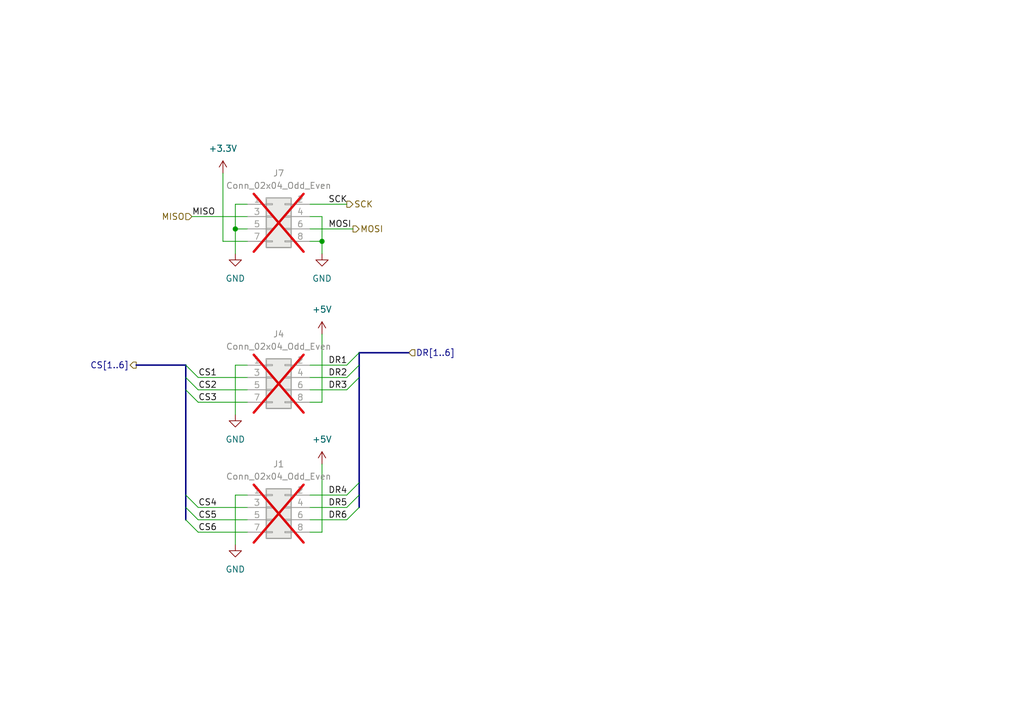
<source format=kicad_sch>
(kicad_sch (version 20230121) (generator eeschema)

  (uuid fb1979ef-3e78-4a41-abb4-eccd64d92015)

  (paper "A5")

  (lib_symbols
    (symbol "Connector_Generic:Conn_02x04_Odd_Even" (pin_names (offset 1.016) hide) (in_bom yes) (on_board yes)
      (property "Reference" "J" (at 1.27 5.08 0)
        (effects (font (size 1.27 1.27)))
      )
      (property "Value" "Conn_02x04_Odd_Even" (at 1.27 -7.62 0)
        (effects (font (size 1.27 1.27)))
      )
      (property "Footprint" "" (at 0 0 0)
        (effects (font (size 1.27 1.27)) hide)
      )
      (property "Datasheet" "~" (at 0 0 0)
        (effects (font (size 1.27 1.27)) hide)
      )
      (property "ki_keywords" "connector" (at 0 0 0)
        (effects (font (size 1.27 1.27)) hide)
      )
      (property "ki_description" "Generic connector, double row, 02x04, odd/even pin numbering scheme (row 1 odd numbers, row 2 even numbers), script generated (kicad-library-utils/schlib/autogen/connector/)" (at 0 0 0)
        (effects (font (size 1.27 1.27)) hide)
      )
      (property "ki_fp_filters" "Connector*:*_2x??_*" (at 0 0 0)
        (effects (font (size 1.27 1.27)) hide)
      )
      (symbol "Conn_02x04_Odd_Even_1_1"
        (rectangle (start -1.27 -4.953) (end 0 -5.207)
          (stroke (width 0.1524) (type default))
          (fill (type none))
        )
        (rectangle (start -1.27 -2.413) (end 0 -2.667)
          (stroke (width 0.1524) (type default))
          (fill (type none))
        )
        (rectangle (start -1.27 0.127) (end 0 -0.127)
          (stroke (width 0.1524) (type default))
          (fill (type none))
        )
        (rectangle (start -1.27 2.667) (end 0 2.413)
          (stroke (width 0.1524) (type default))
          (fill (type none))
        )
        (rectangle (start -1.27 3.81) (end 3.81 -6.35)
          (stroke (width 0.254) (type default))
          (fill (type background))
        )
        (rectangle (start 3.81 -4.953) (end 2.54 -5.207)
          (stroke (width 0.1524) (type default))
          (fill (type none))
        )
        (rectangle (start 3.81 -2.413) (end 2.54 -2.667)
          (stroke (width 0.1524) (type default))
          (fill (type none))
        )
        (rectangle (start 3.81 0.127) (end 2.54 -0.127)
          (stroke (width 0.1524) (type default))
          (fill (type none))
        )
        (rectangle (start 3.81 2.667) (end 2.54 2.413)
          (stroke (width 0.1524) (type default))
          (fill (type none))
        )
        (pin passive line (at -5.08 2.54 0) (length 3.81)
          (name "Pin_1" (effects (font (size 1.27 1.27))))
          (number "1" (effects (font (size 1.27 1.27))))
        )
        (pin passive line (at 7.62 2.54 180) (length 3.81)
          (name "Pin_2" (effects (font (size 1.27 1.27))))
          (number "2" (effects (font (size 1.27 1.27))))
        )
        (pin passive line (at -5.08 0 0) (length 3.81)
          (name "Pin_3" (effects (font (size 1.27 1.27))))
          (number "3" (effects (font (size 1.27 1.27))))
        )
        (pin passive line (at 7.62 0 180) (length 3.81)
          (name "Pin_4" (effects (font (size 1.27 1.27))))
          (number "4" (effects (font (size 1.27 1.27))))
        )
        (pin passive line (at -5.08 -2.54 0) (length 3.81)
          (name "Pin_5" (effects (font (size 1.27 1.27))))
          (number "5" (effects (font (size 1.27 1.27))))
        )
        (pin passive line (at 7.62 -2.54 180) (length 3.81)
          (name "Pin_6" (effects (font (size 1.27 1.27))))
          (number "6" (effects (font (size 1.27 1.27))))
        )
        (pin passive line (at -5.08 -5.08 0) (length 3.81)
          (name "Pin_7" (effects (font (size 1.27 1.27))))
          (number "7" (effects (font (size 1.27 1.27))))
        )
        (pin passive line (at 7.62 -5.08 180) (length 3.81)
          (name "Pin_8" (effects (font (size 1.27 1.27))))
          (number "8" (effects (font (size 1.27 1.27))))
        )
      )
    )
    (symbol "power:+3.3V" (power) (pin_names (offset 0)) (in_bom yes) (on_board yes)
      (property "Reference" "#PWR" (at 0 -3.81 0)
        (effects (font (size 1.27 1.27)) hide)
      )
      (property "Value" "+3.3V" (at 0 3.556 0)
        (effects (font (size 1.27 1.27)))
      )
      (property "Footprint" "" (at 0 0 0)
        (effects (font (size 1.27 1.27)) hide)
      )
      (property "Datasheet" "" (at 0 0 0)
        (effects (font (size 1.27 1.27)) hide)
      )
      (property "ki_keywords" "global power" (at 0 0 0)
        (effects (font (size 1.27 1.27)) hide)
      )
      (property "ki_description" "Power symbol creates a global label with name \"+3.3V\"" (at 0 0 0)
        (effects (font (size 1.27 1.27)) hide)
      )
      (symbol "+3.3V_0_1"
        (polyline
          (pts
            (xy -0.762 1.27)
            (xy 0 2.54)
          )
          (stroke (width 0) (type default))
          (fill (type none))
        )
        (polyline
          (pts
            (xy 0 0)
            (xy 0 2.54)
          )
          (stroke (width 0) (type default))
          (fill (type none))
        )
        (polyline
          (pts
            (xy 0 2.54)
            (xy 0.762 1.27)
          )
          (stroke (width 0) (type default))
          (fill (type none))
        )
      )
      (symbol "+3.3V_1_1"
        (pin power_in line (at 0 0 90) (length 0) hide
          (name "+3.3V" (effects (font (size 1.27 1.27))))
          (number "1" (effects (font (size 1.27 1.27))))
        )
      )
    )
    (symbol "power:+5V" (power) (pin_names (offset 0)) (in_bom yes) (on_board yes)
      (property "Reference" "#PWR" (at 0 -3.81 0)
        (effects (font (size 1.27 1.27)) hide)
      )
      (property "Value" "+5V" (at 0 3.556 0)
        (effects (font (size 1.27 1.27)))
      )
      (property "Footprint" "" (at 0 0 0)
        (effects (font (size 1.27 1.27)) hide)
      )
      (property "Datasheet" "" (at 0 0 0)
        (effects (font (size 1.27 1.27)) hide)
      )
      (property "ki_keywords" "global power" (at 0 0 0)
        (effects (font (size 1.27 1.27)) hide)
      )
      (property "ki_description" "Power symbol creates a global label with name \"+5V\"" (at 0 0 0)
        (effects (font (size 1.27 1.27)) hide)
      )
      (symbol "+5V_0_1"
        (polyline
          (pts
            (xy -0.762 1.27)
            (xy 0 2.54)
          )
          (stroke (width 0) (type default))
          (fill (type none))
        )
        (polyline
          (pts
            (xy 0 0)
            (xy 0 2.54)
          )
          (stroke (width 0) (type default))
          (fill (type none))
        )
        (polyline
          (pts
            (xy 0 2.54)
            (xy 0.762 1.27)
          )
          (stroke (width 0) (type default))
          (fill (type none))
        )
      )
      (symbol "+5V_1_1"
        (pin power_in line (at 0 0 90) (length 0) hide
          (name "+5V" (effects (font (size 1.27 1.27))))
          (number "1" (effects (font (size 1.27 1.27))))
        )
      )
    )
    (symbol "power:GND" (power) (pin_names (offset 0)) (in_bom yes) (on_board yes)
      (property "Reference" "#PWR" (at 0 -6.35 0)
        (effects (font (size 1.27 1.27)) hide)
      )
      (property "Value" "GND" (at 0 -3.81 0)
        (effects (font (size 1.27 1.27)))
      )
      (property "Footprint" "" (at 0 0 0)
        (effects (font (size 1.27 1.27)) hide)
      )
      (property "Datasheet" "" (at 0 0 0)
        (effects (font (size 1.27 1.27)) hide)
      )
      (property "ki_keywords" "global power" (at 0 0 0)
        (effects (font (size 1.27 1.27)) hide)
      )
      (property "ki_description" "Power symbol creates a global label with name \"GND\" , ground" (at 0 0 0)
        (effects (font (size 1.27 1.27)) hide)
      )
      (symbol "GND_0_1"
        (polyline
          (pts
            (xy 0 0)
            (xy 0 -1.27)
            (xy 1.27 -1.27)
            (xy 0 -2.54)
            (xy -1.27 -1.27)
            (xy 0 -1.27)
          )
          (stroke (width 0) (type default))
          (fill (type none))
        )
      )
      (symbol "GND_1_1"
        (pin power_in line (at 0 0 270) (length 0) hide
          (name "GND" (effects (font (size 1.27 1.27))))
          (number "1" (effects (font (size 1.27 1.27))))
        )
      )
    )
  )

  (junction (at 48.26 46.99) (diameter 0) (color 0 0 0 0)
    (uuid 25d21596-ab48-4267-a638-4e0ba2fbce7d)
  )
  (junction (at 66.04 49.53) (diameter 0) (color 0 0 0 0)
    (uuid 53315ae8-313e-48ed-b166-a2104ddac744)
  )

  (bus_entry (at 71.12 101.6) (size 2.54 -2.54)
    (stroke (width 0) (type default))
    (uuid 22dbf75a-9c80-4b64-837e-d2572fea41b2)
  )
  (bus_entry (at 38.1 74.93) (size 2.54 2.54)
    (stroke (width 0) (type default))
    (uuid 2d3823c7-57bc-4edb-a128-36c0de34c496)
  )
  (bus_entry (at 40.64 109.22) (size -2.54 -2.54)
    (stroke (width 0) (type default))
    (uuid 476b4232-b8aa-46d9-a539-c718b2d09cff)
  )
  (bus_entry (at 71.12 80.01) (size 2.54 -2.54)
    (stroke (width 0) (type default))
    (uuid 5824209b-c87e-452a-aed1-654aef07d7fc)
  )
  (bus_entry (at 38.1 77.47) (size 2.54 2.54)
    (stroke (width 0) (type default))
    (uuid 5d827f4d-2602-478f-9d47-38d95091b9f0)
  )
  (bus_entry (at 40.64 106.68) (size -2.54 -2.54)
    (stroke (width 0) (type default))
    (uuid 6aa3b497-d445-4a7f-b0a3-3bd72f9c9c88)
  )
  (bus_entry (at 71.12 104.14) (size 2.54 -2.54)
    (stroke (width 0) (type default))
    (uuid ba0a4854-0908-404e-955a-cb2bc56ebe65)
  )
  (bus_entry (at 40.64 104.14) (size -2.54 -2.54)
    (stroke (width 0) (type default))
    (uuid c46a183e-f7eb-43dc-8391-de62e2855466)
  )
  (bus_entry (at 71.12 77.47) (size 2.54 -2.54)
    (stroke (width 0) (type default))
    (uuid ccc4c7bb-e60b-4780-9ecb-8015c824e7a8)
  )
  (bus_entry (at 71.12 74.93) (size 2.54 -2.54)
    (stroke (width 0) (type default))
    (uuid de0bb681-5770-4686-911c-5fbc638a6c08)
  )
  (bus_entry (at 38.1 80.01) (size 2.54 2.54)
    (stroke (width 0) (type default))
    (uuid e2926552-4509-4963-a8d3-35e21c6c4a4a)
  )
  (bus_entry (at 71.12 106.68) (size 2.54 -2.54)
    (stroke (width 0) (type default))
    (uuid e83204df-dca6-4fcf-a2ea-6672135d8a3b)
  )

  (wire (pts (xy 40.64 77.47) (xy 50.8 77.47))
    (stroke (width 0) (type default))
    (uuid 003ab099-6179-4aba-8d1a-201c06881f59)
  )
  (wire (pts (xy 63.5 101.6) (xy 71.12 101.6))
    (stroke (width 0) (type default))
    (uuid 023b661f-3a52-47bc-beb6-aa4486d902a3)
  )
  (wire (pts (xy 63.5 74.93) (xy 71.12 74.93))
    (stroke (width 0) (type default))
    (uuid 02809baa-c107-444b-b616-4943486e4df3)
  )
  (wire (pts (xy 66.04 68.58) (xy 66.04 82.55))
    (stroke (width 0) (type default))
    (uuid 0b831616-93a5-4c92-99f8-9ebe664e9385)
  )
  (wire (pts (xy 48.26 101.6) (xy 50.8 101.6))
    (stroke (width 0) (type default))
    (uuid 1169cd5d-739d-49b2-a0a9-57dc9caa4ad0)
  )
  (wire (pts (xy 63.5 77.47) (xy 71.12 77.47))
    (stroke (width 0) (type default))
    (uuid 128fa967-d8b7-476f-a238-d493f3707a1d)
  )
  (bus (pts (xy 38.1 106.68) (xy 38.1 104.14))
    (stroke (width 0) (type default))
    (uuid 194ea95f-7729-4b9c-8fa9-62422145653b)
  )

  (wire (pts (xy 66.04 109.22) (xy 63.5 109.22))
    (stroke (width 0) (type default))
    (uuid 1b249011-bcc4-4865-b6aa-e53fd48bbaea)
  )
  (bus (pts (xy 73.66 72.39) (xy 83.82 72.39))
    (stroke (width 0) (type default))
    (uuid 1b70c2ac-61df-46ac-b736-ecb6b7280f63)
  )

  (wire (pts (xy 48.26 85.09) (xy 48.26 74.93))
    (stroke (width 0) (type default))
    (uuid 1fcdc2d7-fab3-4026-84dc-c01e2348f3ac)
  )
  (wire (pts (xy 66.04 49.53) (xy 66.04 44.45))
    (stroke (width 0) (type default))
    (uuid 3a429204-d7e5-4f29-ad10-c14452e008c9)
  )
  (wire (pts (xy 48.26 74.93) (xy 50.8 74.93))
    (stroke (width 0) (type default))
    (uuid 42cc1bfa-a632-42a4-914a-8accf0ee721f)
  )
  (wire (pts (xy 40.64 82.55) (xy 50.8 82.55))
    (stroke (width 0) (type default))
    (uuid 43dc846d-edc0-447a-879a-9950dd17213b)
  )
  (wire (pts (xy 45.72 35.56) (xy 45.72 49.53))
    (stroke (width 0) (type default))
    (uuid 4adf6070-19f8-4769-bad9-93651d8dabd3)
  )
  (bus (pts (xy 73.66 77.47) (xy 73.66 99.06))
    (stroke (width 0) (type default))
    (uuid 5b2e45f3-94bf-4889-9edc-d8cf1c898123)
  )

  (wire (pts (xy 66.04 82.55) (xy 63.5 82.55))
    (stroke (width 0) (type default))
    (uuid 63f904f8-7ad7-41d4-97b7-b2272095e2fa)
  )
  (wire (pts (xy 40.64 104.14) (xy 50.8 104.14))
    (stroke (width 0) (type default))
    (uuid 64a9f91f-94fd-4b43-8856-55c7448d1ff8)
  )
  (wire (pts (xy 63.5 80.01) (xy 71.12 80.01))
    (stroke (width 0) (type default))
    (uuid 6b1c2267-7190-4c22-aba1-1c144ee42c8a)
  )
  (wire (pts (xy 48.26 111.76) (xy 48.26 101.6))
    (stroke (width 0) (type default))
    (uuid 7a4b5287-8a75-4eed-8e2b-aa949f57fc5b)
  )
  (wire (pts (xy 48.26 46.99) (xy 48.26 41.91))
    (stroke (width 0) (type default))
    (uuid 81528686-6f57-41ef-813e-3d14ee1e1d80)
  )
  (bus (pts (xy 38.1 104.14) (xy 38.1 101.6))
    (stroke (width 0) (type default))
    (uuid 81c1b429-46d4-4f40-9bd3-479112d68be1)
  )

  (wire (pts (xy 66.04 52.07) (xy 66.04 49.53))
    (stroke (width 0) (type default))
    (uuid 82e01086-70b8-4817-be09-0d5084571789)
  )
  (wire (pts (xy 40.64 80.01) (xy 50.8 80.01))
    (stroke (width 0) (type default))
    (uuid 84b9ebf8-504f-430c-8886-5c60344769c5)
  )
  (wire (pts (xy 48.26 52.07) (xy 48.26 46.99))
    (stroke (width 0) (type default))
    (uuid 864f34e3-0154-428a-8e8a-00126f5d64d0)
  )
  (bus (pts (xy 38.1 77.47) (xy 38.1 74.93))
    (stroke (width 0) (type default))
    (uuid 8a88fc67-5390-4aa6-8dcd-9844787246d4)
  )
  (bus (pts (xy 73.66 101.6) (xy 73.66 99.06))
    (stroke (width 0) (type default))
    (uuid 8d9a78d9-5efd-44e6-9624-e274dc6b2166)
  )
  (bus (pts (xy 73.66 104.14) (xy 73.66 101.6))
    (stroke (width 0) (type default))
    (uuid 8f91d939-8718-4ae6-a1e5-ac978541cebc)
  )
  (bus (pts (xy 73.66 77.47) (xy 73.66 74.93))
    (stroke (width 0) (type default))
    (uuid 926aa0ef-6bb8-4f25-b20a-e24f51b53c24)
  )
  (bus (pts (xy 73.66 74.93) (xy 73.66 72.39))
    (stroke (width 0) (type default))
    (uuid 948d968d-f210-44af-b252-aa8e3617caa4)
  )

  (wire (pts (xy 40.64 106.68) (xy 50.8 106.68))
    (stroke (width 0) (type default))
    (uuid 9748d517-d5ed-42ba-b9a2-c877e621be3b)
  )
  (wire (pts (xy 45.72 49.53) (xy 50.8 49.53))
    (stroke (width 0) (type default))
    (uuid 985278b4-b5ba-4749-b654-8abc563bd55a)
  )
  (wire (pts (xy 63.5 104.14) (xy 71.12 104.14))
    (stroke (width 0) (type default))
    (uuid 9bc927fb-59b9-4920-b383-85263c5e34dd)
  )
  (bus (pts (xy 38.1 80.01) (xy 38.1 101.6))
    (stroke (width 0) (type default))
    (uuid 9dbb7783-c0b0-4b7f-9ace-aff02643fb30)
  )

  (wire (pts (xy 39.37 44.45) (xy 50.8 44.45))
    (stroke (width 0) (type default))
    (uuid a56d7635-4a5b-4a45-b82c-95892b436fdd)
  )
  (wire (pts (xy 40.64 109.22) (xy 50.8 109.22))
    (stroke (width 0) (type default))
    (uuid a6b44490-48de-4a05-b1d1-3a0e4a078912)
  )
  (wire (pts (xy 63.5 41.91) (xy 71.12 41.91))
    (stroke (width 0) (type default))
    (uuid ae854421-fae3-4d91-8576-c4cdc938fbc4)
  )
  (wire (pts (xy 63.5 106.68) (xy 71.12 106.68))
    (stroke (width 0) (type default))
    (uuid b0f5d93a-43bd-45c4-ae6d-e64cf23aa563)
  )
  (wire (pts (xy 48.26 46.99) (xy 50.8 46.99))
    (stroke (width 0) (type default))
    (uuid bec33b52-214f-423d-ab03-2155b18e3dca)
  )
  (wire (pts (xy 66.04 44.45) (xy 63.5 44.45))
    (stroke (width 0) (type default))
    (uuid c0c1cc7b-e49a-4a76-b769-201bb98deea0)
  )
  (bus (pts (xy 38.1 80.01) (xy 38.1 77.47))
    (stroke (width 0) (type default))
    (uuid d1a1ed59-4b28-470d-ad7b-bce2ae0f769f)
  )

  (wire (pts (xy 66.04 95.25) (xy 66.04 109.22))
    (stroke (width 0) (type default))
    (uuid e14dbf7f-1e77-4bfa-8b36-8deb33b631ff)
  )
  (bus (pts (xy 27.94 74.93) (xy 38.1 74.93))
    (stroke (width 0) (type default))
    (uuid eaf8916f-800e-4175-8467-479aa8d4bc07)
  )

  (wire (pts (xy 48.26 41.91) (xy 50.8 41.91))
    (stroke (width 0) (type default))
    (uuid ebb0f452-5eb1-4a08-8fa5-04d199c17dae)
  )
  (wire (pts (xy 63.5 46.99) (xy 72.39 46.99))
    (stroke (width 0) (type default))
    (uuid f2cd6437-3658-49b6-8304-d5c16db6be3c)
  )
  (wire (pts (xy 66.04 49.53) (xy 63.5 49.53))
    (stroke (width 0) (type default))
    (uuid fd386392-d98d-49a5-a0b1-587f2cea9df9)
  )

  (label "DR4" (at 67.31 101.6 0) (fields_autoplaced)
    (effects (font (size 1.27 1.27)) (justify left bottom))
    (uuid 0cda6eae-daca-49bb-bcf8-add9c4608989)
  )
  (label "DR1" (at 67.31 74.93 0) (fields_autoplaced)
    (effects (font (size 1.27 1.27)) (justify left bottom))
    (uuid 1aee423e-93f0-42d6-b2fe-4e1e8dde0b64)
  )
  (label "DR6" (at 67.31 106.68 0) (fields_autoplaced)
    (effects (font (size 1.27 1.27)) (justify left bottom))
    (uuid 41cb84a4-ec50-49a8-93ff-80998c973b92)
  )
  (label "DR5" (at 67.31 104.14 0) (fields_autoplaced)
    (effects (font (size 1.27 1.27)) (justify left bottom))
    (uuid 48fd4329-e903-4ea3-a73a-a93349a67a46)
  )
  (label "DR2" (at 67.31 77.47 0) (fields_autoplaced)
    (effects (font (size 1.27 1.27)) (justify left bottom))
    (uuid 631f54c7-df02-4657-87a7-974b522b5468)
  )
  (label "CS3" (at 40.64 82.55 0) (fields_autoplaced)
    (effects (font (size 1.27 1.27)) (justify left bottom))
    (uuid 69db1644-c9fe-43c1-848e-a23c221e0ceb)
  )
  (label "CS6" (at 40.64 109.22 0) (fields_autoplaced)
    (effects (font (size 1.27 1.27)) (justify left bottom))
    (uuid 6fc4d135-ea73-4d55-bec0-1ee35437c830)
  )
  (label "MISO" (at 39.37 44.45 0) (fields_autoplaced)
    (effects (font (size 1.27 1.27)) (justify left bottom))
    (uuid 7f2dcb0c-a16b-4127-9991-d8407939205e)
  )
  (label "CS2" (at 40.64 80.01 0) (fields_autoplaced)
    (effects (font (size 1.27 1.27)) (justify left bottom))
    (uuid 92b0ecb4-2c5d-4bd8-a426-263c705d167c)
  )
  (label "CS5" (at 40.64 106.68 0) (fields_autoplaced)
    (effects (font (size 1.27 1.27)) (justify left bottom))
    (uuid 975a2a16-a7d8-4394-af37-84629e3b8faf)
  )
  (label "DR3" (at 67.31 80.01 0) (fields_autoplaced)
    (effects (font (size 1.27 1.27)) (justify left bottom))
    (uuid 9c6eda40-1e69-47d3-9ec0-bd9137d4bfec)
  )
  (label "CS1" (at 40.64 77.47 0) (fields_autoplaced)
    (effects (font (size 1.27 1.27)) (justify left bottom))
    (uuid aef448c0-6a2c-4185-a104-86fe628de29d)
  )
  (label "CS4" (at 40.64 104.14 0) (fields_autoplaced)
    (effects (font (size 1.27 1.27)) (justify left bottom))
    (uuid b04bbe0b-df34-41c9-b0a9-d840474abc94)
  )
  (label "SCK" (at 67.31 41.91 0) (fields_autoplaced)
    (effects (font (size 1.27 1.27)) (justify left bottom))
    (uuid d2a10c70-5b6b-4bef-ad6a-6125c2e466bf)
  )
  (label "MOSI" (at 67.31 46.99 0) (fields_autoplaced)
    (effects (font (size 1.27 1.27)) (justify left bottom))
    (uuid ea17dbdf-0383-4469-8a47-e8ed72d4af21)
  )

  (hierarchical_label "MOSI" (shape output) (at 72.39 46.99 0) (fields_autoplaced)
    (effects (font (size 1.27 1.27)) (justify left))
    (uuid 48473823-0e0e-4871-9108-b87e9f908745)
  )
  (hierarchical_label "SCK" (shape output) (at 71.12 41.91 0) (fields_autoplaced)
    (effects (font (size 1.27 1.27)) (justify left))
    (uuid 5f0f3cd4-0ce1-4477-a8e2-db68aaf3f547)
  )
  (hierarchical_label "MISO" (shape input) (at 39.37 44.45 180) (fields_autoplaced)
    (effects (font (size 1.27 1.27)) (justify right))
    (uuid 72ccca3e-8c79-499c-a87c-1c9b3e3a7ea4)
  )
  (hierarchical_label "DR[1..6]" (shape input) (at 83.82 72.39 0) (fields_autoplaced)
    (effects (font (size 1.27 1.27)) (justify left))
    (uuid cabaf9df-5074-4143-aab2-88c047534719)
  )
  (hierarchical_label "CS[1..6]" (shape output) (at 27.94 74.93 180) (fields_autoplaced)
    (effects (font (size 1.27 1.27)) (justify right))
    (uuid f112bf77-d8d0-4b84-81fe-7e588410e48a)
  )

  (symbol (lib_id "power:GND") (at 48.26 52.07 0) (unit 1)
    (in_bom yes) (on_board yes) (dnp no) (fields_autoplaced)
    (uuid 0a4fba71-99c0-4fe2-8ade-4c225525f531)
    (property "Reference" "#PWR036" (at 48.26 58.42 0)
      (effects (font (size 1.27 1.27)) hide)
    )
    (property "Value" "GND" (at 48.26 57.15 0)
      (effects (font (size 1.27 1.27)))
    )
    (property "Footprint" "" (at 48.26 52.07 0)
      (effects (font (size 1.27 1.27)) hide)
    )
    (property "Datasheet" "" (at 48.26 52.07 0)
      (effects (font (size 1.27 1.27)) hide)
    )
    (pin "1" (uuid 750ef239-6d4f-4c91-8dd8-763a907db4d1))
    (instances
      (project "SensorNode"
        (path "/f9afaad8-ec12-4acb-8555-4f24af8e63da"
          (reference "#PWR036") (unit 1)
        )
        (path "/f9afaad8-ec12-4acb-8555-4f24af8e63da/fe0f83c2-c3bf-409f-ac05-79d91c87632a"
          (reference "#PWR041") (unit 1)
        )
        (path "/f9afaad8-ec12-4acb-8555-4f24af8e63da/fd758c2b-769d-4773-9001-1a02def9017e"
          (reference "#PWR064") (unit 1)
        )
        (path "/f9afaad8-ec12-4acb-8555-4f24af8e63da/af1e191b-0d5a-4c12-954c-6698dc463854"
          (reference "#PWR0110") (unit 1)
        )
      )
    )
  )

  (symbol (lib_id "power:GND") (at 48.26 111.76 0) (unit 1)
    (in_bom yes) (on_board yes) (dnp no) (fields_autoplaced)
    (uuid 4f26a416-e4a6-4791-9858-ef71145f6534)
    (property "Reference" "#PWR017" (at 48.26 118.11 0)
      (effects (font (size 1.27 1.27)) hide)
    )
    (property "Value" "GND" (at 48.26 116.84 0)
      (effects (font (size 1.27 1.27)))
    )
    (property "Footprint" "" (at 48.26 111.76 0)
      (effects (font (size 1.27 1.27)) hide)
    )
    (property "Datasheet" "" (at 48.26 111.76 0)
      (effects (font (size 1.27 1.27)) hide)
    )
    (pin "1" (uuid e9a10bb4-4040-41ec-9444-89e08a64cf7b))
    (instances
      (project "SensorNode"
        (path "/f9afaad8-ec12-4acb-8555-4f24af8e63da"
          (reference "#PWR017") (unit 1)
        )
        (path "/f9afaad8-ec12-4acb-8555-4f24af8e63da/fe0f83c2-c3bf-409f-ac05-79d91c87632a"
          (reference "#PWR043") (unit 1)
        )
        (path "/f9afaad8-ec12-4acb-8555-4f24af8e63da/fd758c2b-769d-4773-9001-1a02def9017e"
          (reference "#PWR066") (unit 1)
        )
        (path "/f9afaad8-ec12-4acb-8555-4f24af8e63da/af1e191b-0d5a-4c12-954c-6698dc463854"
          (reference "#PWR0112") (unit 1)
        )
      )
    )
  )

  (symbol (lib_id "power:GND") (at 48.26 85.09 0) (unit 1)
    (in_bom yes) (on_board yes) (dnp no) (fields_autoplaced)
    (uuid 51053a3f-ac37-45ed-9c66-d99aa380128a)
    (property "Reference" "#PWR038" (at 48.26 91.44 0)
      (effects (font (size 1.27 1.27)) hide)
    )
    (property "Value" "GND" (at 48.26 90.17 0)
      (effects (font (size 1.27 1.27)))
    )
    (property "Footprint" "" (at 48.26 85.09 0)
      (effects (font (size 1.27 1.27)) hide)
    )
    (property "Datasheet" "" (at 48.26 85.09 0)
      (effects (font (size 1.27 1.27)) hide)
    )
    (pin "1" (uuid fce0ede5-d3bf-46a2-8463-a14ef48dd6f1))
    (instances
      (project "SensorNode"
        (path "/f9afaad8-ec12-4acb-8555-4f24af8e63da"
          (reference "#PWR038") (unit 1)
        )
        (path "/f9afaad8-ec12-4acb-8555-4f24af8e63da/fe0f83c2-c3bf-409f-ac05-79d91c87632a"
          (reference "#PWR042") (unit 1)
        )
        (path "/f9afaad8-ec12-4acb-8555-4f24af8e63da/fd758c2b-769d-4773-9001-1a02def9017e"
          (reference "#PWR065") (unit 1)
        )
        (path "/f9afaad8-ec12-4acb-8555-4f24af8e63da/af1e191b-0d5a-4c12-954c-6698dc463854"
          (reference "#PWR0111") (unit 1)
        )
      )
    )
  )

  (symbol (lib_id "Connector_Generic:Conn_02x04_Odd_Even") (at 55.88 104.14 0) (unit 1)
    (in_bom yes) (on_board yes) (dnp yes) (fields_autoplaced)
    (uuid 578ace63-eead-474c-949a-775d444c4e6a)
    (property "Reference" "J1" (at 57.15 95.25 0)
      (effects (font (size 1.27 1.27)))
    )
    (property "Value" "Conn_02x04_Odd_Even" (at 57.15 97.79 0)
      (effects (font (size 1.27 1.27)))
    )
    (property "Footprint" "Connector_PinSocket_2.54mm:PinSocket_2x04_P2.54mm_Vertical" (at 55.88 104.14 0)
      (effects (font (size 1.27 1.27)) hide)
    )
    (property "Datasheet" "~" (at 55.88 104.14 0)
      (effects (font (size 1.27 1.27)) hide)
    )
    (pin "1" (uuid 7351f53a-5fb0-41f4-b187-f80071f248e1))
    (pin "2" (uuid a7653649-9a4e-4dc5-b189-16f229862ede))
    (pin "3" (uuid 16e1f409-40d7-43f9-9c4e-754a76f6a01e))
    (pin "4" (uuid 3e2ff8d0-d857-4436-aaed-43cddc51996a))
    (pin "5" (uuid f7129dd9-615f-4cb6-9764-571f9d0fb001))
    (pin "6" (uuid 51d66e76-fdaf-4684-8a30-d4852fd9cfc6))
    (pin "7" (uuid a2a502e3-469c-41fa-8421-17e3369e4574))
    (pin "8" (uuid fb046d07-f0dd-48a5-acda-dd6a3cb8e3db))
    (instances
      (project "SensorNode"
        (path "/f9afaad8-ec12-4acb-8555-4f24af8e63da/fe0f83c2-c3bf-409f-ac05-79d91c87632a"
          (reference "J1") (unit 1)
        )
        (path "/f9afaad8-ec12-4acb-8555-4f24af8e63da/fd758c2b-769d-4773-9001-1a02def9017e"
          (reference "J2") (unit 1)
        )
        (path "/f9afaad8-ec12-4acb-8555-4f24af8e63da/af1e191b-0d5a-4c12-954c-6698dc463854"
          (reference "J3") (unit 1)
        )
      )
    )
  )

  (symbol (lib_id "power:+5V") (at 66.04 95.25 0) (unit 1)
    (in_bom yes) (on_board yes) (dnp no) (fields_autoplaced)
    (uuid 65b082c0-3bae-4aa9-a859-2c3ae0564d8f)
    (property "Reference" "#PWR018" (at 66.04 99.06 0)
      (effects (font (size 1.27 1.27)) hide)
    )
    (property "Value" "+5V" (at 66.04 90.17 0)
      (effects (font (size 1.27 1.27)))
    )
    (property "Footprint" "" (at 66.04 95.25 0)
      (effects (font (size 1.27 1.27)) hide)
    )
    (property "Datasheet" "" (at 66.04 95.25 0)
      (effects (font (size 1.27 1.27)) hide)
    )
    (pin "1" (uuid 1d017513-1950-420d-abc0-e0995e848b63))
    (instances
      (project "SensorNode"
        (path "/f9afaad8-ec12-4acb-8555-4f24af8e63da"
          (reference "#PWR018") (unit 1)
        )
        (path "/f9afaad8-ec12-4acb-8555-4f24af8e63da/fe0f83c2-c3bf-409f-ac05-79d91c87632a"
          (reference "#PWR046") (unit 1)
        )
        (path "/f9afaad8-ec12-4acb-8555-4f24af8e63da/fd758c2b-769d-4773-9001-1a02def9017e"
          (reference "#PWR069") (unit 1)
        )
        (path "/f9afaad8-ec12-4acb-8555-4f24af8e63da/af1e191b-0d5a-4c12-954c-6698dc463854"
          (reference "#PWR0115") (unit 1)
        )
      )
    )
  )

  (symbol (lib_id "Connector_Generic:Conn_02x04_Odd_Even") (at 55.88 44.45 0) (unit 1)
    (in_bom yes) (on_board yes) (dnp yes) (fields_autoplaced)
    (uuid 8fbb79f2-523d-41df-9702-d2aa60172e3c)
    (property "Reference" "J7" (at 57.15 35.56 0)
      (effects (font (size 1.27 1.27)))
    )
    (property "Value" "Conn_02x04_Odd_Even" (at 57.15 38.1 0)
      (effects (font (size 1.27 1.27)))
    )
    (property "Footprint" "Connector_PinSocket_2.54mm:PinSocket_2x04_P2.54mm_Vertical" (at 55.88 44.45 0)
      (effects (font (size 1.27 1.27)) hide)
    )
    (property "Datasheet" "~" (at 55.88 44.45 0)
      (effects (font (size 1.27 1.27)) hide)
    )
    (pin "1" (uuid 10cb4645-8c94-4391-b99b-7761f316008b))
    (pin "2" (uuid 8c194e8b-4b1f-449c-b09e-5ef19147f3c1))
    (pin "3" (uuid acdc447e-d66e-4e0d-bd6c-658f2539ecf7))
    (pin "4" (uuid 8a1a81d8-6494-4acc-b934-07f6b66c64c2))
    (pin "5" (uuid c407c11d-7dff-44b8-8b43-a2589cb9b23a))
    (pin "6" (uuid ffda9f75-fc0a-4dd5-856f-a46259a6dbf6))
    (pin "7" (uuid 1473fde7-a522-444b-8e9f-fdd4dc76040f))
    (pin "8" (uuid ee392b0c-8460-4ae8-8ca7-aa8cd3e88308))
    (instances
      (project "SensorNode"
        (path "/f9afaad8-ec12-4acb-8555-4f24af8e63da/fe0f83c2-c3bf-409f-ac05-79d91c87632a"
          (reference "J7") (unit 1)
        )
        (path "/f9afaad8-ec12-4acb-8555-4f24af8e63da/fd758c2b-769d-4773-9001-1a02def9017e"
          (reference "J8") (unit 1)
        )
        (path "/f9afaad8-ec12-4acb-8555-4f24af8e63da/af1e191b-0d5a-4c12-954c-6698dc463854"
          (reference "J12") (unit 1)
        )
      )
    )
  )

  (symbol (lib_id "power:GND") (at 66.04 52.07 0) (unit 1)
    (in_bom yes) (on_board yes) (dnp no) (fields_autoplaced)
    (uuid bbae1a8f-30ef-4881-a359-7838f102ac9a)
    (property "Reference" "#PWR035" (at 66.04 58.42 0)
      (effects (font (size 1.27 1.27)) hide)
    )
    (property "Value" "GND" (at 66.04 57.15 0)
      (effects (font (size 1.27 1.27)))
    )
    (property "Footprint" "" (at 66.04 52.07 0)
      (effects (font (size 1.27 1.27)) hide)
    )
    (property "Datasheet" "" (at 66.04 52.07 0)
      (effects (font (size 1.27 1.27)) hide)
    )
    (pin "1" (uuid 1f295359-f812-47a9-ad7b-7c193fa8045a))
    (instances
      (project "SensorNode"
        (path "/f9afaad8-ec12-4acb-8555-4f24af8e63da"
          (reference "#PWR035") (unit 1)
        )
        (path "/f9afaad8-ec12-4acb-8555-4f24af8e63da/fe0f83c2-c3bf-409f-ac05-79d91c87632a"
          (reference "#PWR044") (unit 1)
        )
        (path "/f9afaad8-ec12-4acb-8555-4f24af8e63da/fd758c2b-769d-4773-9001-1a02def9017e"
          (reference "#PWR067") (unit 1)
        )
        (path "/f9afaad8-ec12-4acb-8555-4f24af8e63da/af1e191b-0d5a-4c12-954c-6698dc463854"
          (reference "#PWR0113") (unit 1)
        )
      )
    )
  )

  (symbol (lib_id "power:+5V") (at 66.04 68.58 0) (unit 1)
    (in_bom yes) (on_board yes) (dnp no) (fields_autoplaced)
    (uuid c27b67dc-be9b-4a23-8a78-3887a8d32e37)
    (property "Reference" "#PWR041" (at 66.04 72.39 0)
      (effects (font (size 1.27 1.27)) hide)
    )
    (property "Value" "+5V" (at 66.04 63.5 0)
      (effects (font (size 1.27 1.27)))
    )
    (property "Footprint" "" (at 66.04 68.58 0)
      (effects (font (size 1.27 1.27)) hide)
    )
    (property "Datasheet" "" (at 66.04 68.58 0)
      (effects (font (size 1.27 1.27)) hide)
    )
    (pin "1" (uuid e080d60a-a1b2-4b6a-bfa7-1e7bd1f0c3c9))
    (instances
      (project "SensorNode"
        (path "/f9afaad8-ec12-4acb-8555-4f24af8e63da"
          (reference "#PWR041") (unit 1)
        )
        (path "/f9afaad8-ec12-4acb-8555-4f24af8e63da/fe0f83c2-c3bf-409f-ac05-79d91c87632a"
          (reference "#PWR045") (unit 1)
        )
        (path "/f9afaad8-ec12-4acb-8555-4f24af8e63da/fd758c2b-769d-4773-9001-1a02def9017e"
          (reference "#PWR068") (unit 1)
        )
        (path "/f9afaad8-ec12-4acb-8555-4f24af8e63da/af1e191b-0d5a-4c12-954c-6698dc463854"
          (reference "#PWR0114") (unit 1)
        )
      )
    )
  )

  (symbol (lib_id "power:+3.3V") (at 45.72 35.56 0) (unit 1)
    (in_bom yes) (on_board yes) (dnp no) (fields_autoplaced)
    (uuid d25453ae-2e74-425a-841b-9d14a99b8d65)
    (property "Reference" "#PWR037" (at 45.72 39.37 0)
      (effects (font (size 1.27 1.27)) hide)
    )
    (property "Value" "+3.3V" (at 45.72 30.48 0)
      (effects (font (size 1.27 1.27)))
    )
    (property "Footprint" "" (at 45.72 35.56 0)
      (effects (font (size 1.27 1.27)) hide)
    )
    (property "Datasheet" "" (at 45.72 35.56 0)
      (effects (font (size 1.27 1.27)) hide)
    )
    (pin "1" (uuid 6b970891-9589-4665-8f02-8f5be366f520))
    (instances
      (project "SensorNode"
        (path "/f9afaad8-ec12-4acb-8555-4f24af8e63da"
          (reference "#PWR037") (unit 1)
        )
        (path "/f9afaad8-ec12-4acb-8555-4f24af8e63da/fe0f83c2-c3bf-409f-ac05-79d91c87632a"
          (reference "#PWR040") (unit 1)
        )
        (path "/f9afaad8-ec12-4acb-8555-4f24af8e63da/fd758c2b-769d-4773-9001-1a02def9017e"
          (reference "#PWR063") (unit 1)
        )
        (path "/f9afaad8-ec12-4acb-8555-4f24af8e63da/af1e191b-0d5a-4c12-954c-6698dc463854"
          (reference "#PWR0109") (unit 1)
        )
      )
    )
  )

  (symbol (lib_id "Connector_Generic:Conn_02x04_Odd_Even") (at 55.88 77.47 0) (unit 1)
    (in_bom yes) (on_board yes) (dnp yes) (fields_autoplaced)
    (uuid ebb30d01-bbb8-48a7-94c3-4016021b1abb)
    (property "Reference" "J4" (at 57.15 68.58 0)
      (effects (font (size 1.27 1.27)))
    )
    (property "Value" "Conn_02x04_Odd_Even" (at 57.15 71.12 0)
      (effects (font (size 1.27 1.27)))
    )
    (property "Footprint" "Connector_PinSocket_2.54mm:PinSocket_2x04_P2.54mm_Vertical" (at 55.88 77.47 0)
      (effects (font (size 1.27 1.27)) hide)
    )
    (property "Datasheet" "~" (at 55.88 77.47 0)
      (effects (font (size 1.27 1.27)) hide)
    )
    (pin "1" (uuid b406df72-7cb9-4e6a-92f3-f189525fbeb4))
    (pin "2" (uuid a9266b3b-ff4f-4509-bbe4-942ba2c7153a))
    (pin "3" (uuid 29955a8b-b77d-49eb-922d-d1e0e6afc69b))
    (pin "4" (uuid b297a905-49b9-4059-8939-9333acd47bb2))
    (pin "5" (uuid a2ff4816-5c24-4347-8b5c-3d717c8a9880))
    (pin "6" (uuid a68d2d5a-4d7b-40fc-a432-56452ce9d62e))
    (pin "7" (uuid 13bb31b2-8a8e-4093-9a17-2d66881a93ae))
    (pin "8" (uuid 7f8a6ae4-bc74-43f5-83d8-2847e9c76e7c))
    (instances
      (project "SensorNode"
        (path "/f9afaad8-ec12-4acb-8555-4f24af8e63da/fe0f83c2-c3bf-409f-ac05-79d91c87632a"
          (reference "J4") (unit 1)
        )
        (path "/f9afaad8-ec12-4acb-8555-4f24af8e63da/fd758c2b-769d-4773-9001-1a02def9017e"
          (reference "J5") (unit 1)
        )
        (path "/f9afaad8-ec12-4acb-8555-4f24af8e63da/af1e191b-0d5a-4c12-954c-6698dc463854"
          (reference "J6") (unit 1)
        )
      )
    )
  )
)

</source>
